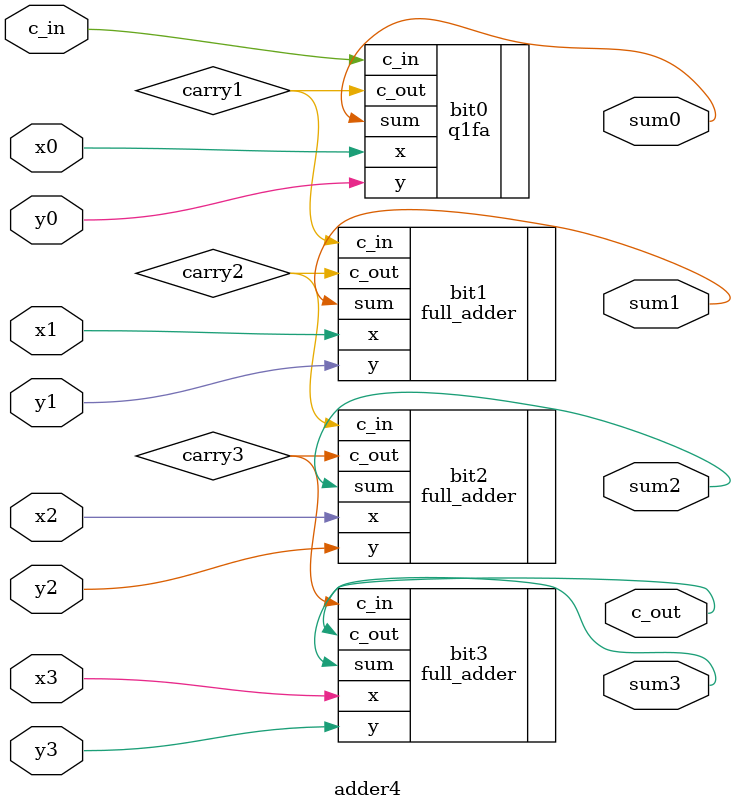
<source format=v>
`include "./#q1fa.v"

module adder4(c_in, x3, x2, x1, x0, y3, y2, y1, y0, sum3, sum2, sum1, sum0, c_out);
    input c_in, x3, x2, x1, x0, y3, y2, y1, y0;
    output sum3, sum2, sum1, sum0, c_out;

    // creating full adder objects
    q1fa bit0 (.c_in(c_in), .x(x0), .y(y0), .sum(sum0), .c_out(carry1));
    full_adder bit1 (.c_in(carry1), .x(x1), .y(y1), .sum(sum1), .c_out(carry2));
    full_adder bit2 (.c_in(carry2), .x(x2), .y(y2), .sum(sum2), .c_out(carry3));
    full_adder bit3 (.c_in(carry3), .x(x3), .y(y3), .sum(sum3), .c_out(c_out));
endmodule

</source>
